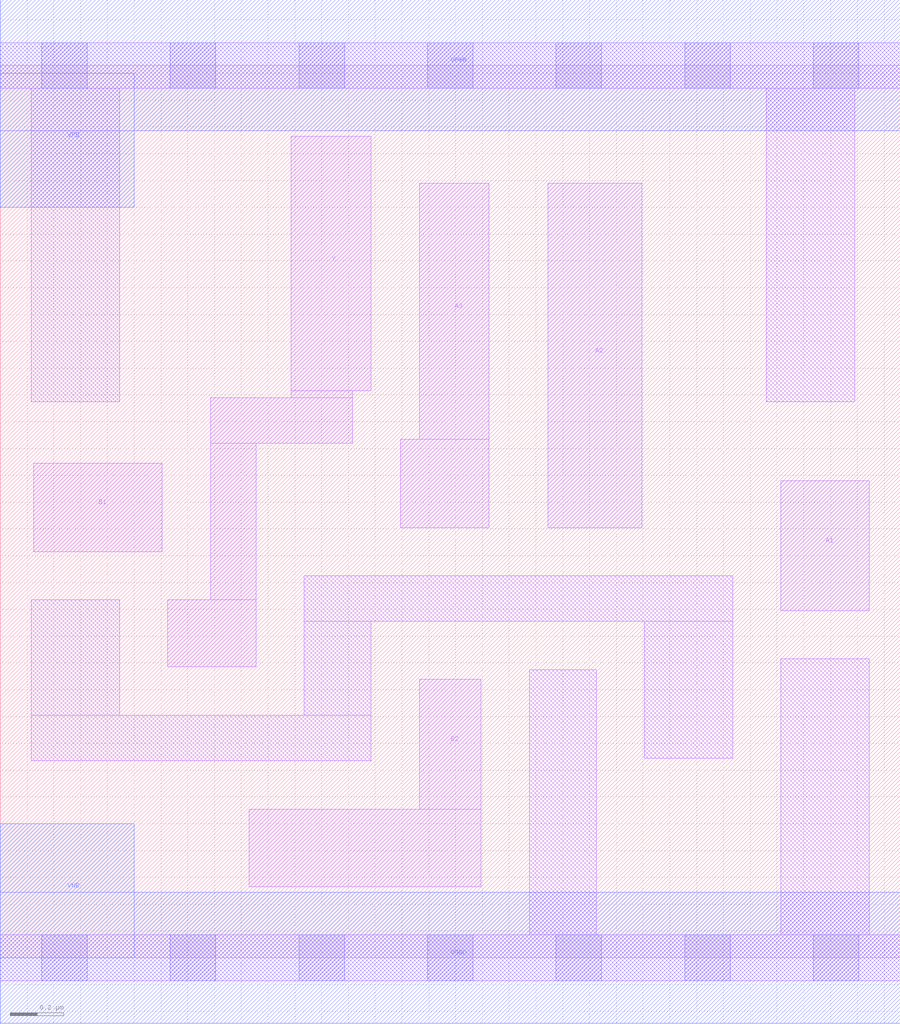
<source format=lef>
# Copyright 2020 The SkyWater PDK Authors
#
# Licensed under the Apache License, Version 2.0 (the "License");
# you may not use this file except in compliance with the License.
# You may obtain a copy of the License at
#
#     https://www.apache.org/licenses/LICENSE-2.0
#
# Unless required by applicable law or agreed to in writing, software
# distributed under the License is distributed on an "AS IS" BASIS,
# WITHOUT WARRANTIES OR CONDITIONS OF ANY KIND, either express or implied.
# See the License for the specific language governing permissions and
# limitations under the License.
#
# SPDX-License-Identifier: Apache-2.0

VERSION 5.5 ;
NAMESCASESENSITIVE ON ;
BUSBITCHARS "[]" ;
DIVIDERCHAR "/" ;
MACRO sky130_fd_sc_lp__o32ai_lp
  CLASS CORE ;
  SOURCE USER ;
  ORIGIN  0.000000  0.000000 ;
  SIZE  3.360000 BY  3.330000 ;
  SYMMETRY X Y R90 ;
  SITE unit ;
  PIN A1
    ANTENNAGATEAREA  0.313000 ;
    DIRECTION INPUT ;
    USE SIGNAL ;
    PORT
      LAYER li1 ;
        RECT 2.915000 1.295000 3.245000 1.780000 ;
    END
  END A1
  PIN A2
    ANTENNAGATEAREA  0.313000 ;
    DIRECTION INPUT ;
    USE SIGNAL ;
    PORT
      LAYER li1 ;
        RECT 2.045000 1.605000 2.395000 2.890000 ;
    END
  END A2
  PIN A3
    ANTENNAGATEAREA  0.313000 ;
    DIRECTION INPUT ;
    USE SIGNAL ;
    PORT
      LAYER li1 ;
        RECT 1.495000 1.605000 1.825000 1.935000 ;
        RECT 1.565000 1.935000 1.825000 2.890000 ;
    END
  END A3
  PIN B1
    ANTENNAGATEAREA  0.313000 ;
    DIRECTION INPUT ;
    USE SIGNAL ;
    PORT
      LAYER li1 ;
        RECT 0.125000 1.515000 0.605000 1.845000 ;
    END
  END B1
  PIN B2
    ANTENNAGATEAREA  0.313000 ;
    DIRECTION INPUT ;
    USE SIGNAL ;
    PORT
      LAYER li1 ;
        RECT 0.930000 0.265000 1.795000 0.555000 ;
        RECT 1.565000 0.555000 1.795000 1.040000 ;
    END
  END B2
  PIN Y
    ANTENNADIFFAREA  0.397600 ;
    DIRECTION OUTPUT ;
    USE SIGNAL ;
    PORT
      LAYER li1 ;
        RECT 0.625000 1.085000 0.955000 1.335000 ;
        RECT 0.785000 1.335000 0.955000 1.920000 ;
        RECT 0.785000 1.920000 1.315000 2.090000 ;
        RECT 1.085000 2.090000 1.315000 2.115000 ;
        RECT 1.085000 2.115000 1.385000 3.065000 ;
    END
  END Y
  PIN VGND
    DIRECTION INOUT ;
    USE GROUND ;
    PORT
      LAYER met1 ;
        RECT 0.000000 -0.245000 3.360000 0.245000 ;
    END
  END VGND
  PIN VNB
    DIRECTION INOUT ;
    USE GROUND ;
    PORT
      LAYER met1 ;
        RECT 0.000000 0.000000 0.500000 0.500000 ;
    END
  END VNB
  PIN VPB
    DIRECTION INOUT ;
    USE POWER ;
    PORT
      LAYER met1 ;
        RECT 0.000000 2.800000 0.500000 3.300000 ;
    END
  END VPB
  PIN VPWR
    DIRECTION INOUT ;
    USE POWER ;
    PORT
      LAYER met1 ;
        RECT 0.000000 3.085000 3.360000 3.575000 ;
    END
  END VPWR
  OBS
    LAYER li1 ;
      RECT 0.000000 -0.085000 3.360000 0.085000 ;
      RECT 0.000000  3.245000 3.360000 3.415000 ;
      RECT 0.115000  0.735000 1.385000 0.905000 ;
      RECT 0.115000  0.905000 0.445000 1.335000 ;
      RECT 0.115000  2.075000 0.445000 3.245000 ;
      RECT 1.135000  0.905000 1.385000 1.255000 ;
      RECT 1.135000  1.255000 2.735000 1.425000 ;
      RECT 1.975000  0.085000 2.225000 1.075000 ;
      RECT 2.405000  0.745000 2.735000 1.255000 ;
      RECT 2.860000  2.075000 3.190000 3.245000 ;
      RECT 2.915000  0.085000 3.245000 1.115000 ;
    LAYER mcon ;
      RECT 0.155000 -0.085000 0.325000 0.085000 ;
      RECT 0.155000  3.245000 0.325000 3.415000 ;
      RECT 0.635000 -0.085000 0.805000 0.085000 ;
      RECT 0.635000  3.245000 0.805000 3.415000 ;
      RECT 1.115000 -0.085000 1.285000 0.085000 ;
      RECT 1.115000  3.245000 1.285000 3.415000 ;
      RECT 1.595000 -0.085000 1.765000 0.085000 ;
      RECT 1.595000  3.245000 1.765000 3.415000 ;
      RECT 2.075000 -0.085000 2.245000 0.085000 ;
      RECT 2.075000  3.245000 2.245000 3.415000 ;
      RECT 2.555000 -0.085000 2.725000 0.085000 ;
      RECT 2.555000  3.245000 2.725000 3.415000 ;
      RECT 3.035000 -0.085000 3.205000 0.085000 ;
      RECT 3.035000  3.245000 3.205000 3.415000 ;
  END
END sky130_fd_sc_lp__o32ai_lp

</source>
